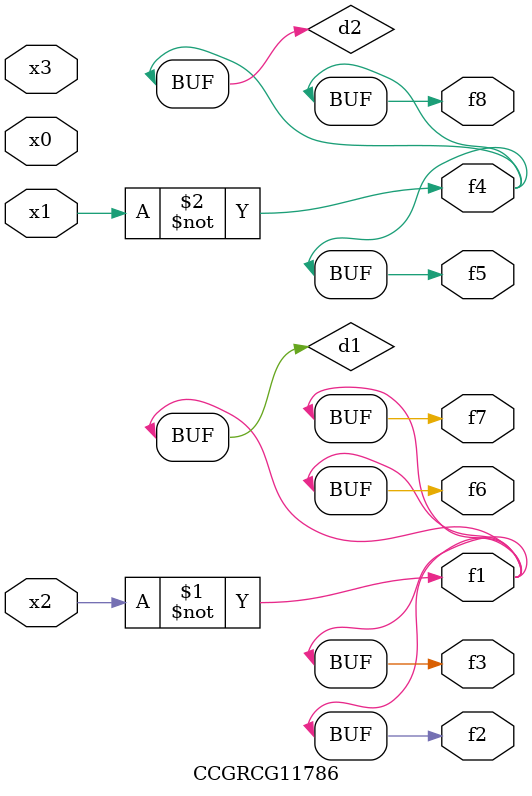
<source format=v>
module CCGRCG11786(
	input x0, x1, x2, x3,
	output f1, f2, f3, f4, f5, f6, f7, f8
);

	wire d1, d2;

	xnor (d1, x2);
	not (d2, x1);
	assign f1 = d1;
	assign f2 = d1;
	assign f3 = d1;
	assign f4 = d2;
	assign f5 = d2;
	assign f6 = d1;
	assign f7 = d1;
	assign f8 = d2;
endmodule

</source>
